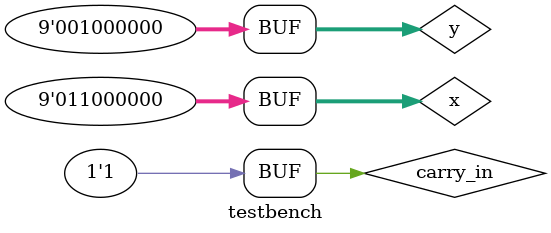
<source format=v>
module testbench;

    // input and output test signals
    reg[8:0] x;
    reg[8:0] y;
    reg carry_in;

    wire[8:0] z;
    wire carry_out;
    // creating the instance of the module we want to test
    //  lab1 - module name
    //  dut  - instance name ('dut' means 'device under test')
    carry_lookahead_adder dut (.x(x), .y(y), .carry_in(carry_in), .z(z), .carry_out(carry_out));

    // do at the beginning of the simulation
    initial
        begin
            carry_in = 0;
            x = 8'b11;
            y = 8'b101;

            #10;            // pause
            x = 8'b0;    // set test signals value
            #10;            // pause
            carry_in = 1;
            #10;            // pause
            x = 8'b11000000;
            y = 8'b01000000;
            #10;
        end

    // do at the beginning of the simulation
    //  print signal values on every change
    initial
        $monitor("x=%b y=%b carry_in=%b z=%b carry_out=%b", x, y,carry_in, z, carry_out);

    // do at the beginning of the simulation
    initial
        $dumpvars;  //iverilog dump init

endmodule

</source>
